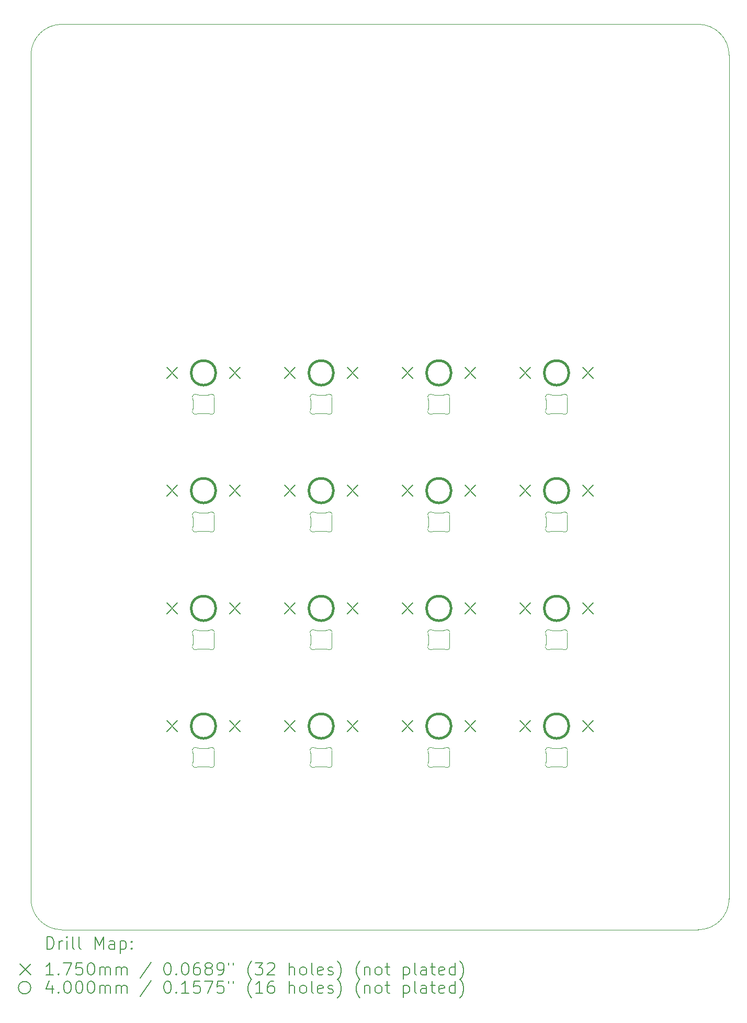
<source format=gbr>
%TF.GenerationSoftware,KiCad,Pcbnew,8.0.6-8.0.6-0~ubuntu22.04.1*%
%TF.CreationDate,2024-10-20T22:38:48+08:00*%
%TF.ProjectId,MacroPad,4d616372-6f50-4616-942e-6b696361645f,rev?*%
%TF.SameCoordinates,Original*%
%TF.FileFunction,Drillmap*%
%TF.FilePolarity,Positive*%
%FSLAX45Y45*%
G04 Gerber Fmt 4.5, Leading zero omitted, Abs format (unit mm)*
G04 Created by KiCad (PCBNEW 8.0.6-8.0.6-0~ubuntu22.04.1) date 2024-10-20 22:38:48*
%MOMM*%
%LPD*%
G01*
G04 APERTURE LIST*
%ADD10C,0.050000*%
%ADD11C,0.100000*%
%ADD12C,0.200000*%
%ADD13C,0.175000*%
%ADD14C,0.400000*%
G04 APERTURE END LIST*
D10*
X3882250Y-16890750D02*
X3882250Y-3240750D01*
X14682250Y-2740750D02*
G75*
G02*
X15182250Y-3240750I0J-500000D01*
G01*
X3882250Y-3240750D02*
G75*
G02*
X4382250Y-2740750I500000J0D01*
G01*
X4382250Y-17390750D02*
G75*
G02*
X3882250Y-16890750I0J500000D01*
G01*
X15182250Y-16890750D02*
G75*
G02*
X14682250Y-17390750I-500000J0D01*
G01*
X14682250Y-17390750D02*
X4382250Y-17390750D01*
X4382250Y-2740750D02*
X14682250Y-2740750D01*
X15182250Y-3240750D02*
X15182250Y-16890750D01*
D11*
X12219750Y-8959534D02*
X12219750Y-8818966D01*
X12310305Y-8739250D02*
X12469195Y-8739250D01*
X12469195Y-9039250D02*
X12310305Y-9039250D01*
X12559750Y-8818966D02*
X12559750Y-8959534D01*
X12214802Y-8797278D02*
G75*
G02*
X12219750Y-8818966I-45051J-21688D01*
G01*
X12214802Y-8797278D02*
G75*
G02*
X12285079Y-8732420I45052J21688D01*
G01*
X12219750Y-8959534D02*
G75*
G02*
X12214802Y-8981222I-49999J0D01*
G01*
X12285079Y-9046080D02*
G75*
G02*
X12214802Y-8981222I-25226J43170D01*
G01*
X12285079Y-9046080D02*
G75*
G02*
X12310305Y-9039250I25226J-43171D01*
G01*
X12310305Y-8739250D02*
G75*
G02*
X12285079Y-8732420I0J50001D01*
G01*
X12469195Y-9039250D02*
G75*
G02*
X12494421Y-9046080I0J-50001D01*
G01*
X12494421Y-8732420D02*
G75*
G02*
X12469195Y-8739250I-25226J43171D01*
G01*
X12494421Y-8732420D02*
G75*
G02*
X12564698Y-8797278I25226J-43170D01*
G01*
X12559750Y-8818966D02*
G75*
G02*
X12564698Y-8797278I49994J2D01*
G01*
X12564698Y-8981222D02*
G75*
G02*
X12494421Y-9046080I-45051J-21688D01*
G01*
X12564698Y-8981222D02*
G75*
G02*
X12559751Y-8959534I44992J21672D01*
G01*
X8409750Y-10864534D02*
X8409750Y-10723966D01*
X8500305Y-10644250D02*
X8659195Y-10644250D01*
X8659195Y-10944250D02*
X8500305Y-10944250D01*
X8749750Y-10723966D02*
X8749750Y-10864534D01*
X8404802Y-10702278D02*
G75*
G02*
X8409750Y-10723966I-45051J-21688D01*
G01*
X8404802Y-10702278D02*
G75*
G02*
X8475079Y-10637420I45052J21688D01*
G01*
X8409750Y-10864534D02*
G75*
G02*
X8404802Y-10886222I-49999J0D01*
G01*
X8475079Y-10951080D02*
G75*
G02*
X8404802Y-10886222I-25226J43170D01*
G01*
X8475079Y-10951080D02*
G75*
G02*
X8500305Y-10944250I25226J-43171D01*
G01*
X8500305Y-10644250D02*
G75*
G02*
X8475079Y-10637420I0J50001D01*
G01*
X8659195Y-10944250D02*
G75*
G02*
X8684421Y-10951080I0J-50001D01*
G01*
X8684421Y-10637420D02*
G75*
G02*
X8659195Y-10644250I-25226J43171D01*
G01*
X8684421Y-10637420D02*
G75*
G02*
X8754698Y-10702278I25226J-43170D01*
G01*
X8749750Y-10723966D02*
G75*
G02*
X8754698Y-10702278I49994J2D01*
G01*
X8754698Y-10886222D02*
G75*
G02*
X8684421Y-10951080I-45051J-21688D01*
G01*
X8754698Y-10886222D02*
G75*
G02*
X8749751Y-10864534I44992J21672D01*
G01*
X12219750Y-10864534D02*
X12219750Y-10723966D01*
X12310305Y-10644250D02*
X12469195Y-10644250D01*
X12469195Y-10944250D02*
X12310305Y-10944250D01*
X12559750Y-10723966D02*
X12559750Y-10864534D01*
X12214802Y-10702278D02*
G75*
G02*
X12219750Y-10723966I-45051J-21688D01*
G01*
X12214802Y-10702278D02*
G75*
G02*
X12285079Y-10637420I45052J21688D01*
G01*
X12219750Y-10864534D02*
G75*
G02*
X12214802Y-10886222I-49999J0D01*
G01*
X12285079Y-10951080D02*
G75*
G02*
X12214802Y-10886222I-25226J43170D01*
G01*
X12285079Y-10951080D02*
G75*
G02*
X12310305Y-10944250I25226J-43171D01*
G01*
X12310305Y-10644250D02*
G75*
G02*
X12285079Y-10637420I0J50001D01*
G01*
X12469195Y-10944250D02*
G75*
G02*
X12494421Y-10951080I0J-50001D01*
G01*
X12494421Y-10637420D02*
G75*
G02*
X12469195Y-10644250I-25226J43171D01*
G01*
X12494421Y-10637420D02*
G75*
G02*
X12564698Y-10702278I25226J-43170D01*
G01*
X12559750Y-10723966D02*
G75*
G02*
X12564698Y-10702278I49994J2D01*
G01*
X12564698Y-10886222D02*
G75*
G02*
X12494421Y-10951080I-45051J-21688D01*
G01*
X12564698Y-10886222D02*
G75*
G02*
X12559751Y-10864534I44992J21672D01*
G01*
X10314750Y-10864534D02*
X10314750Y-10723966D01*
X10405305Y-10644250D02*
X10564195Y-10644250D01*
X10564195Y-10944250D02*
X10405305Y-10944250D01*
X10654750Y-10723966D02*
X10654750Y-10864534D01*
X10309802Y-10702278D02*
G75*
G02*
X10314750Y-10723966I-45051J-21688D01*
G01*
X10309802Y-10702278D02*
G75*
G02*
X10380079Y-10637420I45052J21688D01*
G01*
X10314750Y-10864534D02*
G75*
G02*
X10309802Y-10886222I-49999J0D01*
G01*
X10380079Y-10951080D02*
G75*
G02*
X10309802Y-10886222I-25226J43170D01*
G01*
X10380079Y-10951080D02*
G75*
G02*
X10405305Y-10944250I25226J-43171D01*
G01*
X10405305Y-10644250D02*
G75*
G02*
X10380079Y-10637420I0J50001D01*
G01*
X10564195Y-10944250D02*
G75*
G02*
X10589421Y-10951080I0J-50001D01*
G01*
X10589421Y-10637420D02*
G75*
G02*
X10564195Y-10644250I-25226J43171D01*
G01*
X10589421Y-10637420D02*
G75*
G02*
X10659698Y-10702278I25226J-43170D01*
G01*
X10654750Y-10723966D02*
G75*
G02*
X10659698Y-10702278I49994J2D01*
G01*
X10659698Y-10886222D02*
G75*
G02*
X10589421Y-10951080I-45051J-21688D01*
G01*
X10659698Y-10886222D02*
G75*
G02*
X10654751Y-10864534I44992J21672D01*
G01*
X10314750Y-14674534D02*
X10314750Y-14533966D01*
X10405305Y-14454250D02*
X10564195Y-14454250D01*
X10564195Y-14754250D02*
X10405305Y-14754250D01*
X10654750Y-14533966D02*
X10654750Y-14674534D01*
X10309802Y-14512278D02*
G75*
G02*
X10314750Y-14533966I-45051J-21688D01*
G01*
X10309802Y-14512278D02*
G75*
G02*
X10380079Y-14447420I45052J21688D01*
G01*
X10314750Y-14674534D02*
G75*
G02*
X10309802Y-14696222I-49999J0D01*
G01*
X10380079Y-14761080D02*
G75*
G02*
X10309802Y-14696222I-25226J43170D01*
G01*
X10380079Y-14761080D02*
G75*
G02*
X10405305Y-14754250I25226J-43171D01*
G01*
X10405305Y-14454250D02*
G75*
G02*
X10380079Y-14447420I0J50001D01*
G01*
X10564195Y-14754250D02*
G75*
G02*
X10589421Y-14761080I0J-50001D01*
G01*
X10589421Y-14447420D02*
G75*
G02*
X10564195Y-14454250I-25226J43171D01*
G01*
X10589421Y-14447420D02*
G75*
G02*
X10659698Y-14512278I25226J-43170D01*
G01*
X10654750Y-14533966D02*
G75*
G02*
X10659698Y-14512278I49994J2D01*
G01*
X10659698Y-14696222D02*
G75*
G02*
X10589421Y-14761080I-45051J-21688D01*
G01*
X10659698Y-14696222D02*
G75*
G02*
X10654751Y-14674534I44992J21672D01*
G01*
X6504750Y-10864534D02*
X6504750Y-10723966D01*
X6595305Y-10644250D02*
X6754195Y-10644250D01*
X6754195Y-10944250D02*
X6595305Y-10944250D01*
X6844750Y-10723966D02*
X6844750Y-10864534D01*
X6499802Y-10702278D02*
G75*
G02*
X6504750Y-10723966I-45051J-21688D01*
G01*
X6499802Y-10702278D02*
G75*
G02*
X6570079Y-10637420I45052J21688D01*
G01*
X6504750Y-10864534D02*
G75*
G02*
X6499802Y-10886222I-49999J0D01*
G01*
X6570079Y-10951080D02*
G75*
G02*
X6499802Y-10886222I-25226J43170D01*
G01*
X6570079Y-10951080D02*
G75*
G02*
X6595305Y-10944250I25226J-43171D01*
G01*
X6595305Y-10644250D02*
G75*
G02*
X6570079Y-10637420I0J50001D01*
G01*
X6754195Y-10944250D02*
G75*
G02*
X6779421Y-10951080I0J-50001D01*
G01*
X6779421Y-10637420D02*
G75*
G02*
X6754195Y-10644250I-25226J43171D01*
G01*
X6779421Y-10637420D02*
G75*
G02*
X6849698Y-10702278I25226J-43170D01*
G01*
X6844750Y-10723966D02*
G75*
G02*
X6849698Y-10702278I49994J2D01*
G01*
X6849698Y-10886222D02*
G75*
G02*
X6779421Y-10951080I-45051J-21688D01*
G01*
X6849698Y-10886222D02*
G75*
G02*
X6844751Y-10864534I44992J21672D01*
G01*
X6504750Y-12769534D02*
X6504750Y-12628966D01*
X6595305Y-12549250D02*
X6754195Y-12549250D01*
X6754195Y-12849250D02*
X6595305Y-12849250D01*
X6844750Y-12628966D02*
X6844750Y-12769534D01*
X6499802Y-12607278D02*
G75*
G02*
X6504750Y-12628966I-45051J-21688D01*
G01*
X6499802Y-12607278D02*
G75*
G02*
X6570079Y-12542420I45052J21688D01*
G01*
X6504750Y-12769534D02*
G75*
G02*
X6499802Y-12791222I-49999J0D01*
G01*
X6570079Y-12856080D02*
G75*
G02*
X6499802Y-12791222I-25226J43170D01*
G01*
X6570079Y-12856080D02*
G75*
G02*
X6595305Y-12849250I25226J-43171D01*
G01*
X6595305Y-12549250D02*
G75*
G02*
X6570079Y-12542420I0J50001D01*
G01*
X6754195Y-12849250D02*
G75*
G02*
X6779421Y-12856080I0J-50001D01*
G01*
X6779421Y-12542420D02*
G75*
G02*
X6754195Y-12549250I-25226J43171D01*
G01*
X6779421Y-12542420D02*
G75*
G02*
X6849698Y-12607278I25226J-43170D01*
G01*
X6844750Y-12628966D02*
G75*
G02*
X6849698Y-12607278I49994J2D01*
G01*
X6849698Y-12791222D02*
G75*
G02*
X6779421Y-12856080I-45051J-21688D01*
G01*
X6849698Y-12791222D02*
G75*
G02*
X6844751Y-12769534I44992J21672D01*
G01*
X12219750Y-12769534D02*
X12219750Y-12628966D01*
X12310305Y-12549250D02*
X12469195Y-12549250D01*
X12469195Y-12849250D02*
X12310305Y-12849250D01*
X12559750Y-12628966D02*
X12559750Y-12769534D01*
X12214802Y-12607278D02*
G75*
G02*
X12219750Y-12628966I-45051J-21688D01*
G01*
X12214802Y-12607278D02*
G75*
G02*
X12285079Y-12542420I45052J21688D01*
G01*
X12219750Y-12769534D02*
G75*
G02*
X12214802Y-12791222I-49999J0D01*
G01*
X12285079Y-12856080D02*
G75*
G02*
X12214802Y-12791222I-25226J43170D01*
G01*
X12285079Y-12856080D02*
G75*
G02*
X12310305Y-12849250I25226J-43171D01*
G01*
X12310305Y-12549250D02*
G75*
G02*
X12285079Y-12542420I0J50001D01*
G01*
X12469195Y-12849250D02*
G75*
G02*
X12494421Y-12856080I0J-50001D01*
G01*
X12494421Y-12542420D02*
G75*
G02*
X12469195Y-12549250I-25226J43171D01*
G01*
X12494421Y-12542420D02*
G75*
G02*
X12564698Y-12607278I25226J-43170D01*
G01*
X12559750Y-12628966D02*
G75*
G02*
X12564698Y-12607278I49994J2D01*
G01*
X12564698Y-12791222D02*
G75*
G02*
X12494421Y-12856080I-45051J-21688D01*
G01*
X12564698Y-12791222D02*
G75*
G02*
X12559751Y-12769534I44992J21672D01*
G01*
X8409750Y-14674534D02*
X8409750Y-14533966D01*
X8500305Y-14454250D02*
X8659195Y-14454250D01*
X8659195Y-14754250D02*
X8500305Y-14754250D01*
X8749750Y-14533966D02*
X8749750Y-14674534D01*
X8404802Y-14512278D02*
G75*
G02*
X8409750Y-14533966I-45051J-21688D01*
G01*
X8404802Y-14512278D02*
G75*
G02*
X8475079Y-14447420I45052J21688D01*
G01*
X8409750Y-14674534D02*
G75*
G02*
X8404802Y-14696222I-49999J0D01*
G01*
X8475079Y-14761080D02*
G75*
G02*
X8404802Y-14696222I-25226J43170D01*
G01*
X8475079Y-14761080D02*
G75*
G02*
X8500305Y-14754250I25226J-43171D01*
G01*
X8500305Y-14454250D02*
G75*
G02*
X8475079Y-14447420I0J50001D01*
G01*
X8659195Y-14754250D02*
G75*
G02*
X8684421Y-14761080I0J-50001D01*
G01*
X8684421Y-14447420D02*
G75*
G02*
X8659195Y-14454250I-25226J43171D01*
G01*
X8684421Y-14447420D02*
G75*
G02*
X8754698Y-14512278I25226J-43170D01*
G01*
X8749750Y-14533966D02*
G75*
G02*
X8754698Y-14512278I49994J2D01*
G01*
X8754698Y-14696222D02*
G75*
G02*
X8684421Y-14761080I-45051J-21688D01*
G01*
X8754698Y-14696222D02*
G75*
G02*
X8749751Y-14674534I44992J21672D01*
G01*
X12219750Y-14674534D02*
X12219750Y-14533966D01*
X12310305Y-14454250D02*
X12469195Y-14454250D01*
X12469195Y-14754250D02*
X12310305Y-14754250D01*
X12559750Y-14533966D02*
X12559750Y-14674534D01*
X12214802Y-14512278D02*
G75*
G02*
X12219750Y-14533966I-45051J-21688D01*
G01*
X12214802Y-14512278D02*
G75*
G02*
X12285079Y-14447420I45052J21688D01*
G01*
X12219750Y-14674534D02*
G75*
G02*
X12214802Y-14696222I-49999J0D01*
G01*
X12285079Y-14761080D02*
G75*
G02*
X12214802Y-14696222I-25226J43170D01*
G01*
X12285079Y-14761080D02*
G75*
G02*
X12310305Y-14754250I25226J-43171D01*
G01*
X12310305Y-14454250D02*
G75*
G02*
X12285079Y-14447420I0J50001D01*
G01*
X12469195Y-14754250D02*
G75*
G02*
X12494421Y-14761080I0J-50001D01*
G01*
X12494421Y-14447420D02*
G75*
G02*
X12469195Y-14454250I-25226J43171D01*
G01*
X12494421Y-14447420D02*
G75*
G02*
X12564698Y-14512278I25226J-43170D01*
G01*
X12559750Y-14533966D02*
G75*
G02*
X12564698Y-14512278I49994J2D01*
G01*
X12564698Y-14696222D02*
G75*
G02*
X12494421Y-14761080I-45051J-21688D01*
G01*
X12564698Y-14696222D02*
G75*
G02*
X12559751Y-14674534I44992J21672D01*
G01*
X8409750Y-12769534D02*
X8409750Y-12628966D01*
X8500305Y-12549250D02*
X8659195Y-12549250D01*
X8659195Y-12849250D02*
X8500305Y-12849250D01*
X8749750Y-12628966D02*
X8749750Y-12769534D01*
X8404802Y-12607278D02*
G75*
G02*
X8409750Y-12628966I-45051J-21688D01*
G01*
X8404802Y-12607278D02*
G75*
G02*
X8475079Y-12542420I45052J21688D01*
G01*
X8409750Y-12769534D02*
G75*
G02*
X8404802Y-12791222I-49999J0D01*
G01*
X8475079Y-12856080D02*
G75*
G02*
X8404802Y-12791222I-25226J43170D01*
G01*
X8475079Y-12856080D02*
G75*
G02*
X8500305Y-12849250I25226J-43171D01*
G01*
X8500305Y-12549250D02*
G75*
G02*
X8475079Y-12542420I0J50001D01*
G01*
X8659195Y-12849250D02*
G75*
G02*
X8684421Y-12856080I0J-50001D01*
G01*
X8684421Y-12542420D02*
G75*
G02*
X8659195Y-12549250I-25226J43171D01*
G01*
X8684421Y-12542420D02*
G75*
G02*
X8754698Y-12607278I25226J-43170D01*
G01*
X8749750Y-12628966D02*
G75*
G02*
X8754698Y-12607278I49994J2D01*
G01*
X8754698Y-12791222D02*
G75*
G02*
X8684421Y-12856080I-45051J-21688D01*
G01*
X8754698Y-12791222D02*
G75*
G02*
X8749751Y-12769534I44992J21672D01*
G01*
X10314750Y-8959534D02*
X10314750Y-8818966D01*
X10405305Y-8739250D02*
X10564195Y-8739250D01*
X10564195Y-9039250D02*
X10405305Y-9039250D01*
X10654750Y-8818966D02*
X10654750Y-8959534D01*
X10309802Y-8797278D02*
G75*
G02*
X10314750Y-8818966I-45051J-21688D01*
G01*
X10309802Y-8797278D02*
G75*
G02*
X10380079Y-8732420I45052J21688D01*
G01*
X10314750Y-8959534D02*
G75*
G02*
X10309802Y-8981222I-49999J0D01*
G01*
X10380079Y-9046080D02*
G75*
G02*
X10309802Y-8981222I-25226J43170D01*
G01*
X10380079Y-9046080D02*
G75*
G02*
X10405305Y-9039250I25226J-43171D01*
G01*
X10405305Y-8739250D02*
G75*
G02*
X10380079Y-8732420I0J50001D01*
G01*
X10564195Y-9039250D02*
G75*
G02*
X10589421Y-9046080I0J-50001D01*
G01*
X10589421Y-8732420D02*
G75*
G02*
X10564195Y-8739250I-25226J43171D01*
G01*
X10589421Y-8732420D02*
G75*
G02*
X10659698Y-8797278I25226J-43170D01*
G01*
X10654750Y-8818966D02*
G75*
G02*
X10659698Y-8797278I49994J2D01*
G01*
X10659698Y-8981222D02*
G75*
G02*
X10589421Y-9046080I-45051J-21688D01*
G01*
X10659698Y-8981222D02*
G75*
G02*
X10654751Y-8959534I44992J21672D01*
G01*
X8409750Y-8959534D02*
X8409750Y-8818966D01*
X8500305Y-8739250D02*
X8659195Y-8739250D01*
X8659195Y-9039250D02*
X8500305Y-9039250D01*
X8749750Y-8818966D02*
X8749750Y-8959534D01*
X8404802Y-8797278D02*
G75*
G02*
X8409750Y-8818966I-45051J-21688D01*
G01*
X8404802Y-8797278D02*
G75*
G02*
X8475079Y-8732420I45052J21688D01*
G01*
X8409750Y-8959534D02*
G75*
G02*
X8404802Y-8981222I-49999J0D01*
G01*
X8475079Y-9046080D02*
G75*
G02*
X8404802Y-8981222I-25226J43170D01*
G01*
X8475079Y-9046080D02*
G75*
G02*
X8500305Y-9039250I25226J-43171D01*
G01*
X8500305Y-8739250D02*
G75*
G02*
X8475079Y-8732420I0J50001D01*
G01*
X8659195Y-9039250D02*
G75*
G02*
X8684421Y-9046080I0J-50001D01*
G01*
X8684421Y-8732420D02*
G75*
G02*
X8659195Y-8739250I-25226J43171D01*
G01*
X8684421Y-8732420D02*
G75*
G02*
X8754698Y-8797278I25226J-43170D01*
G01*
X8749750Y-8818966D02*
G75*
G02*
X8754698Y-8797278I49994J2D01*
G01*
X8754698Y-8981222D02*
G75*
G02*
X8684421Y-9046080I-45051J-21688D01*
G01*
X8754698Y-8981222D02*
G75*
G02*
X8749751Y-8959534I44992J21672D01*
G01*
X10314750Y-12769534D02*
X10314750Y-12628966D01*
X10405305Y-12549250D02*
X10564195Y-12549250D01*
X10564195Y-12849250D02*
X10405305Y-12849250D01*
X10654750Y-12628966D02*
X10654750Y-12769534D01*
X10309802Y-12607278D02*
G75*
G02*
X10314750Y-12628966I-45051J-21688D01*
G01*
X10309802Y-12607278D02*
G75*
G02*
X10380079Y-12542420I45052J21688D01*
G01*
X10314750Y-12769534D02*
G75*
G02*
X10309802Y-12791222I-49999J0D01*
G01*
X10380079Y-12856080D02*
G75*
G02*
X10309802Y-12791222I-25226J43170D01*
G01*
X10380079Y-12856080D02*
G75*
G02*
X10405305Y-12849250I25226J-43171D01*
G01*
X10405305Y-12549250D02*
G75*
G02*
X10380079Y-12542420I0J50001D01*
G01*
X10564195Y-12849250D02*
G75*
G02*
X10589421Y-12856080I0J-50001D01*
G01*
X10589421Y-12542420D02*
G75*
G02*
X10564195Y-12549250I-25226J43171D01*
G01*
X10589421Y-12542420D02*
G75*
G02*
X10659698Y-12607278I25226J-43170D01*
G01*
X10654750Y-12628966D02*
G75*
G02*
X10659698Y-12607278I49994J2D01*
G01*
X10659698Y-12791222D02*
G75*
G02*
X10589421Y-12856080I-45051J-21688D01*
G01*
X10659698Y-12791222D02*
G75*
G02*
X10654751Y-12769534I44992J21672D01*
G01*
X6504750Y-8959534D02*
X6504750Y-8818966D01*
X6595305Y-8739250D02*
X6754195Y-8739250D01*
X6754195Y-9039250D02*
X6595305Y-9039250D01*
X6844750Y-8818966D02*
X6844750Y-8959534D01*
X6499802Y-8797278D02*
G75*
G02*
X6504750Y-8818966I-45051J-21688D01*
G01*
X6499802Y-8797278D02*
G75*
G02*
X6570079Y-8732420I45052J21688D01*
G01*
X6504750Y-8959534D02*
G75*
G02*
X6499802Y-8981222I-49999J0D01*
G01*
X6570079Y-9046080D02*
G75*
G02*
X6499802Y-8981222I-25226J43170D01*
G01*
X6570079Y-9046080D02*
G75*
G02*
X6595305Y-9039250I25226J-43171D01*
G01*
X6595305Y-8739250D02*
G75*
G02*
X6570079Y-8732420I0J50001D01*
G01*
X6754195Y-9039250D02*
G75*
G02*
X6779421Y-9046080I0J-50001D01*
G01*
X6779421Y-8732420D02*
G75*
G02*
X6754195Y-8739250I-25226J43171D01*
G01*
X6779421Y-8732420D02*
G75*
G02*
X6849698Y-8797278I25226J-43170D01*
G01*
X6844750Y-8818966D02*
G75*
G02*
X6849698Y-8797278I49994J2D01*
G01*
X6849698Y-8981222D02*
G75*
G02*
X6779421Y-9046080I-45051J-21688D01*
G01*
X6849698Y-8981222D02*
G75*
G02*
X6844751Y-8959534I44992J21672D01*
G01*
X6504750Y-14674534D02*
X6504750Y-14533966D01*
X6595305Y-14454250D02*
X6754195Y-14454250D01*
X6754195Y-14754250D02*
X6595305Y-14754250D01*
X6844750Y-14533966D02*
X6844750Y-14674534D01*
X6499802Y-14512278D02*
G75*
G02*
X6504750Y-14533966I-45051J-21688D01*
G01*
X6499802Y-14512278D02*
G75*
G02*
X6570079Y-14447420I45052J21688D01*
G01*
X6504750Y-14674534D02*
G75*
G02*
X6499802Y-14696222I-49999J0D01*
G01*
X6570079Y-14761080D02*
G75*
G02*
X6499802Y-14696222I-25226J43170D01*
G01*
X6570079Y-14761080D02*
G75*
G02*
X6595305Y-14754250I25226J-43171D01*
G01*
X6595305Y-14454250D02*
G75*
G02*
X6570079Y-14447420I0J50001D01*
G01*
X6754195Y-14754250D02*
G75*
G02*
X6779421Y-14761080I0J-50001D01*
G01*
X6779421Y-14447420D02*
G75*
G02*
X6754195Y-14454250I-25226J43171D01*
G01*
X6779421Y-14447420D02*
G75*
G02*
X6849698Y-14512278I25226J-43170D01*
G01*
X6844750Y-14533966D02*
G75*
G02*
X6849698Y-14512278I49994J2D01*
G01*
X6849698Y-14696222D02*
G75*
G02*
X6779421Y-14761080I-45051J-21688D01*
G01*
X6849698Y-14696222D02*
G75*
G02*
X6844751Y-14674534I44992J21672D01*
G01*
D12*
D13*
X6079250Y-8293750D02*
X6254250Y-8468750D01*
X6254250Y-8293750D02*
X6079250Y-8468750D01*
X6079250Y-10198750D02*
X6254250Y-10373750D01*
X6254250Y-10198750D02*
X6079250Y-10373750D01*
X6079250Y-12103750D02*
X6254250Y-12278750D01*
X6254250Y-12103750D02*
X6079250Y-12278750D01*
X6079250Y-14008750D02*
X6254250Y-14183750D01*
X6254250Y-14008750D02*
X6079250Y-14183750D01*
X7095250Y-8293750D02*
X7270250Y-8468750D01*
X7270250Y-8293750D02*
X7095250Y-8468750D01*
X7095250Y-10198750D02*
X7270250Y-10373750D01*
X7270250Y-10198750D02*
X7095250Y-10373750D01*
X7095250Y-12103750D02*
X7270250Y-12278750D01*
X7270250Y-12103750D02*
X7095250Y-12278750D01*
X7095250Y-14008750D02*
X7270250Y-14183750D01*
X7270250Y-14008750D02*
X7095250Y-14183750D01*
X7984250Y-8293750D02*
X8159250Y-8468750D01*
X8159250Y-8293750D02*
X7984250Y-8468750D01*
X7984250Y-10198750D02*
X8159250Y-10373750D01*
X8159250Y-10198750D02*
X7984250Y-10373750D01*
X7984250Y-12103750D02*
X8159250Y-12278750D01*
X8159250Y-12103750D02*
X7984250Y-12278750D01*
X7984250Y-14008750D02*
X8159250Y-14183750D01*
X8159250Y-14008750D02*
X7984250Y-14183750D01*
X9000250Y-8293750D02*
X9175250Y-8468750D01*
X9175250Y-8293750D02*
X9000250Y-8468750D01*
X9000250Y-10198750D02*
X9175250Y-10373750D01*
X9175250Y-10198750D02*
X9000250Y-10373750D01*
X9000250Y-12103750D02*
X9175250Y-12278750D01*
X9175250Y-12103750D02*
X9000250Y-12278750D01*
X9000250Y-14008750D02*
X9175250Y-14183750D01*
X9175250Y-14008750D02*
X9000250Y-14183750D01*
X9889250Y-8293750D02*
X10064250Y-8468750D01*
X10064250Y-8293750D02*
X9889250Y-8468750D01*
X9889250Y-10198750D02*
X10064250Y-10373750D01*
X10064250Y-10198750D02*
X9889250Y-10373750D01*
X9889250Y-12103750D02*
X10064250Y-12278750D01*
X10064250Y-12103750D02*
X9889250Y-12278750D01*
X9889250Y-14008750D02*
X10064250Y-14183750D01*
X10064250Y-14008750D02*
X9889250Y-14183750D01*
X10905250Y-8293750D02*
X11080250Y-8468750D01*
X11080250Y-8293750D02*
X10905250Y-8468750D01*
X10905250Y-10198750D02*
X11080250Y-10373750D01*
X11080250Y-10198750D02*
X10905250Y-10373750D01*
X10905250Y-12103750D02*
X11080250Y-12278750D01*
X11080250Y-12103750D02*
X10905250Y-12278750D01*
X10905250Y-14008750D02*
X11080250Y-14183750D01*
X11080250Y-14008750D02*
X10905250Y-14183750D01*
X11794250Y-8293750D02*
X11969250Y-8468750D01*
X11969250Y-8293750D02*
X11794250Y-8468750D01*
X11794250Y-10198750D02*
X11969250Y-10373750D01*
X11969250Y-10198750D02*
X11794250Y-10373750D01*
X11794250Y-12103750D02*
X11969250Y-12278750D01*
X11969250Y-12103750D02*
X11794250Y-12278750D01*
X11794250Y-14008750D02*
X11969250Y-14183750D01*
X11969250Y-14008750D02*
X11794250Y-14183750D01*
X12810250Y-8293750D02*
X12985250Y-8468750D01*
X12985250Y-8293750D02*
X12810250Y-8468750D01*
X12810250Y-10198750D02*
X12985250Y-10373750D01*
X12985250Y-10198750D02*
X12810250Y-10373750D01*
X12810250Y-12103750D02*
X12985250Y-12278750D01*
X12985250Y-12103750D02*
X12810250Y-12278750D01*
X12810250Y-14008750D02*
X12985250Y-14183750D01*
X12985250Y-14008750D02*
X12810250Y-14183750D01*
D14*
X6874750Y-8381250D02*
G75*
G02*
X6474750Y-8381250I-200000J0D01*
G01*
X6474750Y-8381250D02*
G75*
G02*
X6874750Y-8381250I200000J0D01*
G01*
X6874750Y-10286250D02*
G75*
G02*
X6474750Y-10286250I-200000J0D01*
G01*
X6474750Y-10286250D02*
G75*
G02*
X6874750Y-10286250I200000J0D01*
G01*
X6874750Y-12191250D02*
G75*
G02*
X6474750Y-12191250I-200000J0D01*
G01*
X6474750Y-12191250D02*
G75*
G02*
X6874750Y-12191250I200000J0D01*
G01*
X6874750Y-14096250D02*
G75*
G02*
X6474750Y-14096250I-200000J0D01*
G01*
X6474750Y-14096250D02*
G75*
G02*
X6874750Y-14096250I200000J0D01*
G01*
X8779750Y-8381250D02*
G75*
G02*
X8379750Y-8381250I-200000J0D01*
G01*
X8379750Y-8381250D02*
G75*
G02*
X8779750Y-8381250I200000J0D01*
G01*
X8779750Y-10286250D02*
G75*
G02*
X8379750Y-10286250I-200000J0D01*
G01*
X8379750Y-10286250D02*
G75*
G02*
X8779750Y-10286250I200000J0D01*
G01*
X8779750Y-12191250D02*
G75*
G02*
X8379750Y-12191250I-200000J0D01*
G01*
X8379750Y-12191250D02*
G75*
G02*
X8779750Y-12191250I200000J0D01*
G01*
X8779750Y-14096250D02*
G75*
G02*
X8379750Y-14096250I-200000J0D01*
G01*
X8379750Y-14096250D02*
G75*
G02*
X8779750Y-14096250I200000J0D01*
G01*
X10684750Y-8381250D02*
G75*
G02*
X10284750Y-8381250I-200000J0D01*
G01*
X10284750Y-8381250D02*
G75*
G02*
X10684750Y-8381250I200000J0D01*
G01*
X10684750Y-10286250D02*
G75*
G02*
X10284750Y-10286250I-200000J0D01*
G01*
X10284750Y-10286250D02*
G75*
G02*
X10684750Y-10286250I200000J0D01*
G01*
X10684750Y-12191250D02*
G75*
G02*
X10284750Y-12191250I-200000J0D01*
G01*
X10284750Y-12191250D02*
G75*
G02*
X10684750Y-12191250I200000J0D01*
G01*
X10684750Y-14096250D02*
G75*
G02*
X10284750Y-14096250I-200000J0D01*
G01*
X10284750Y-14096250D02*
G75*
G02*
X10684750Y-14096250I200000J0D01*
G01*
X12589750Y-8381250D02*
G75*
G02*
X12189750Y-8381250I-200000J0D01*
G01*
X12189750Y-8381250D02*
G75*
G02*
X12589750Y-8381250I200000J0D01*
G01*
X12589750Y-10286250D02*
G75*
G02*
X12189750Y-10286250I-200000J0D01*
G01*
X12189750Y-10286250D02*
G75*
G02*
X12589750Y-10286250I200000J0D01*
G01*
X12589750Y-12191250D02*
G75*
G02*
X12189750Y-12191250I-200000J0D01*
G01*
X12189750Y-12191250D02*
G75*
G02*
X12589750Y-12191250I200000J0D01*
G01*
X12589750Y-14096250D02*
G75*
G02*
X12189750Y-14096250I-200000J0D01*
G01*
X12189750Y-14096250D02*
G75*
G02*
X12589750Y-14096250I200000J0D01*
G01*
D12*
X4140527Y-17704734D02*
X4140527Y-17504734D01*
X4140527Y-17504734D02*
X4188146Y-17504734D01*
X4188146Y-17504734D02*
X4216717Y-17514258D01*
X4216717Y-17514258D02*
X4235765Y-17533305D01*
X4235765Y-17533305D02*
X4245289Y-17552353D01*
X4245289Y-17552353D02*
X4254813Y-17590448D01*
X4254813Y-17590448D02*
X4254813Y-17619020D01*
X4254813Y-17619020D02*
X4245289Y-17657115D01*
X4245289Y-17657115D02*
X4235765Y-17676162D01*
X4235765Y-17676162D02*
X4216717Y-17695210D01*
X4216717Y-17695210D02*
X4188146Y-17704734D01*
X4188146Y-17704734D02*
X4140527Y-17704734D01*
X4340527Y-17704734D02*
X4340527Y-17571401D01*
X4340527Y-17609496D02*
X4350051Y-17590448D01*
X4350051Y-17590448D02*
X4359574Y-17580924D01*
X4359574Y-17580924D02*
X4378622Y-17571401D01*
X4378622Y-17571401D02*
X4397670Y-17571401D01*
X4464336Y-17704734D02*
X4464336Y-17571401D01*
X4464336Y-17504734D02*
X4454813Y-17514258D01*
X4454813Y-17514258D02*
X4464336Y-17523782D01*
X4464336Y-17523782D02*
X4473860Y-17514258D01*
X4473860Y-17514258D02*
X4464336Y-17504734D01*
X4464336Y-17504734D02*
X4464336Y-17523782D01*
X4588146Y-17704734D02*
X4569098Y-17695210D01*
X4569098Y-17695210D02*
X4559574Y-17676162D01*
X4559574Y-17676162D02*
X4559574Y-17504734D01*
X4692908Y-17704734D02*
X4673860Y-17695210D01*
X4673860Y-17695210D02*
X4664336Y-17676162D01*
X4664336Y-17676162D02*
X4664336Y-17504734D01*
X4921479Y-17704734D02*
X4921479Y-17504734D01*
X4921479Y-17504734D02*
X4988146Y-17647591D01*
X4988146Y-17647591D02*
X5054813Y-17504734D01*
X5054813Y-17504734D02*
X5054813Y-17704734D01*
X5235765Y-17704734D02*
X5235765Y-17599972D01*
X5235765Y-17599972D02*
X5226241Y-17580924D01*
X5226241Y-17580924D02*
X5207194Y-17571401D01*
X5207194Y-17571401D02*
X5169098Y-17571401D01*
X5169098Y-17571401D02*
X5150051Y-17580924D01*
X5235765Y-17695210D02*
X5216717Y-17704734D01*
X5216717Y-17704734D02*
X5169098Y-17704734D01*
X5169098Y-17704734D02*
X5150051Y-17695210D01*
X5150051Y-17695210D02*
X5140527Y-17676162D01*
X5140527Y-17676162D02*
X5140527Y-17657115D01*
X5140527Y-17657115D02*
X5150051Y-17638067D01*
X5150051Y-17638067D02*
X5169098Y-17628543D01*
X5169098Y-17628543D02*
X5216717Y-17628543D01*
X5216717Y-17628543D02*
X5235765Y-17619020D01*
X5331003Y-17571401D02*
X5331003Y-17771401D01*
X5331003Y-17580924D02*
X5350051Y-17571401D01*
X5350051Y-17571401D02*
X5388146Y-17571401D01*
X5388146Y-17571401D02*
X5407194Y-17580924D01*
X5407194Y-17580924D02*
X5416717Y-17590448D01*
X5416717Y-17590448D02*
X5426241Y-17609496D01*
X5426241Y-17609496D02*
X5426241Y-17666639D01*
X5426241Y-17666639D02*
X5416717Y-17685686D01*
X5416717Y-17685686D02*
X5407194Y-17695210D01*
X5407194Y-17695210D02*
X5388146Y-17704734D01*
X5388146Y-17704734D02*
X5350051Y-17704734D01*
X5350051Y-17704734D02*
X5331003Y-17695210D01*
X5511955Y-17685686D02*
X5521479Y-17695210D01*
X5521479Y-17695210D02*
X5511955Y-17704734D01*
X5511955Y-17704734D02*
X5502432Y-17695210D01*
X5502432Y-17695210D02*
X5511955Y-17685686D01*
X5511955Y-17685686D02*
X5511955Y-17704734D01*
X5511955Y-17580924D02*
X5521479Y-17590448D01*
X5521479Y-17590448D02*
X5511955Y-17599972D01*
X5511955Y-17599972D02*
X5502432Y-17590448D01*
X5502432Y-17590448D02*
X5511955Y-17580924D01*
X5511955Y-17580924D02*
X5511955Y-17599972D01*
D13*
X3704750Y-17945750D02*
X3879750Y-18120750D01*
X3879750Y-17945750D02*
X3704750Y-18120750D01*
D12*
X4245289Y-18124734D02*
X4131003Y-18124734D01*
X4188146Y-18124734D02*
X4188146Y-17924734D01*
X4188146Y-17924734D02*
X4169098Y-17953305D01*
X4169098Y-17953305D02*
X4150051Y-17972353D01*
X4150051Y-17972353D02*
X4131003Y-17981877D01*
X4331003Y-18105686D02*
X4340527Y-18115210D01*
X4340527Y-18115210D02*
X4331003Y-18124734D01*
X4331003Y-18124734D02*
X4321479Y-18115210D01*
X4321479Y-18115210D02*
X4331003Y-18105686D01*
X4331003Y-18105686D02*
X4331003Y-18124734D01*
X4407194Y-17924734D02*
X4540527Y-17924734D01*
X4540527Y-17924734D02*
X4454813Y-18124734D01*
X4711955Y-17924734D02*
X4616717Y-17924734D01*
X4616717Y-17924734D02*
X4607194Y-18019972D01*
X4607194Y-18019972D02*
X4616717Y-18010448D01*
X4616717Y-18010448D02*
X4635765Y-18000924D01*
X4635765Y-18000924D02*
X4683384Y-18000924D01*
X4683384Y-18000924D02*
X4702432Y-18010448D01*
X4702432Y-18010448D02*
X4711955Y-18019972D01*
X4711955Y-18019972D02*
X4721479Y-18039020D01*
X4721479Y-18039020D02*
X4721479Y-18086639D01*
X4721479Y-18086639D02*
X4711955Y-18105686D01*
X4711955Y-18105686D02*
X4702432Y-18115210D01*
X4702432Y-18115210D02*
X4683384Y-18124734D01*
X4683384Y-18124734D02*
X4635765Y-18124734D01*
X4635765Y-18124734D02*
X4616717Y-18115210D01*
X4616717Y-18115210D02*
X4607194Y-18105686D01*
X4845289Y-17924734D02*
X4864336Y-17924734D01*
X4864336Y-17924734D02*
X4883384Y-17934258D01*
X4883384Y-17934258D02*
X4892908Y-17943782D01*
X4892908Y-17943782D02*
X4902432Y-17962829D01*
X4902432Y-17962829D02*
X4911955Y-18000924D01*
X4911955Y-18000924D02*
X4911955Y-18048543D01*
X4911955Y-18048543D02*
X4902432Y-18086639D01*
X4902432Y-18086639D02*
X4892908Y-18105686D01*
X4892908Y-18105686D02*
X4883384Y-18115210D01*
X4883384Y-18115210D02*
X4864336Y-18124734D01*
X4864336Y-18124734D02*
X4845289Y-18124734D01*
X4845289Y-18124734D02*
X4826241Y-18115210D01*
X4826241Y-18115210D02*
X4816717Y-18105686D01*
X4816717Y-18105686D02*
X4807194Y-18086639D01*
X4807194Y-18086639D02*
X4797670Y-18048543D01*
X4797670Y-18048543D02*
X4797670Y-18000924D01*
X4797670Y-18000924D02*
X4807194Y-17962829D01*
X4807194Y-17962829D02*
X4816717Y-17943782D01*
X4816717Y-17943782D02*
X4826241Y-17934258D01*
X4826241Y-17934258D02*
X4845289Y-17924734D01*
X4997670Y-18124734D02*
X4997670Y-17991401D01*
X4997670Y-18010448D02*
X5007194Y-18000924D01*
X5007194Y-18000924D02*
X5026241Y-17991401D01*
X5026241Y-17991401D02*
X5054813Y-17991401D01*
X5054813Y-17991401D02*
X5073860Y-18000924D01*
X5073860Y-18000924D02*
X5083384Y-18019972D01*
X5083384Y-18019972D02*
X5083384Y-18124734D01*
X5083384Y-18019972D02*
X5092908Y-18000924D01*
X5092908Y-18000924D02*
X5111955Y-17991401D01*
X5111955Y-17991401D02*
X5140527Y-17991401D01*
X5140527Y-17991401D02*
X5159575Y-18000924D01*
X5159575Y-18000924D02*
X5169098Y-18019972D01*
X5169098Y-18019972D02*
X5169098Y-18124734D01*
X5264336Y-18124734D02*
X5264336Y-17991401D01*
X5264336Y-18010448D02*
X5273860Y-18000924D01*
X5273860Y-18000924D02*
X5292908Y-17991401D01*
X5292908Y-17991401D02*
X5321479Y-17991401D01*
X5321479Y-17991401D02*
X5340527Y-18000924D01*
X5340527Y-18000924D02*
X5350051Y-18019972D01*
X5350051Y-18019972D02*
X5350051Y-18124734D01*
X5350051Y-18019972D02*
X5359575Y-18000924D01*
X5359575Y-18000924D02*
X5378622Y-17991401D01*
X5378622Y-17991401D02*
X5407194Y-17991401D01*
X5407194Y-17991401D02*
X5426241Y-18000924D01*
X5426241Y-18000924D02*
X5435765Y-18019972D01*
X5435765Y-18019972D02*
X5435765Y-18124734D01*
X5826241Y-17915210D02*
X5654813Y-18172353D01*
X6083384Y-17924734D02*
X6102432Y-17924734D01*
X6102432Y-17924734D02*
X6121479Y-17934258D01*
X6121479Y-17934258D02*
X6131003Y-17943782D01*
X6131003Y-17943782D02*
X6140527Y-17962829D01*
X6140527Y-17962829D02*
X6150051Y-18000924D01*
X6150051Y-18000924D02*
X6150051Y-18048543D01*
X6150051Y-18048543D02*
X6140527Y-18086639D01*
X6140527Y-18086639D02*
X6131003Y-18105686D01*
X6131003Y-18105686D02*
X6121479Y-18115210D01*
X6121479Y-18115210D02*
X6102432Y-18124734D01*
X6102432Y-18124734D02*
X6083384Y-18124734D01*
X6083384Y-18124734D02*
X6064336Y-18115210D01*
X6064336Y-18115210D02*
X6054813Y-18105686D01*
X6054813Y-18105686D02*
X6045289Y-18086639D01*
X6045289Y-18086639D02*
X6035765Y-18048543D01*
X6035765Y-18048543D02*
X6035765Y-18000924D01*
X6035765Y-18000924D02*
X6045289Y-17962829D01*
X6045289Y-17962829D02*
X6054813Y-17943782D01*
X6054813Y-17943782D02*
X6064336Y-17934258D01*
X6064336Y-17934258D02*
X6083384Y-17924734D01*
X6235765Y-18105686D02*
X6245289Y-18115210D01*
X6245289Y-18115210D02*
X6235765Y-18124734D01*
X6235765Y-18124734D02*
X6226241Y-18115210D01*
X6226241Y-18115210D02*
X6235765Y-18105686D01*
X6235765Y-18105686D02*
X6235765Y-18124734D01*
X6369098Y-17924734D02*
X6388146Y-17924734D01*
X6388146Y-17924734D02*
X6407194Y-17934258D01*
X6407194Y-17934258D02*
X6416717Y-17943782D01*
X6416717Y-17943782D02*
X6426241Y-17962829D01*
X6426241Y-17962829D02*
X6435765Y-18000924D01*
X6435765Y-18000924D02*
X6435765Y-18048543D01*
X6435765Y-18048543D02*
X6426241Y-18086639D01*
X6426241Y-18086639D02*
X6416717Y-18105686D01*
X6416717Y-18105686D02*
X6407194Y-18115210D01*
X6407194Y-18115210D02*
X6388146Y-18124734D01*
X6388146Y-18124734D02*
X6369098Y-18124734D01*
X6369098Y-18124734D02*
X6350051Y-18115210D01*
X6350051Y-18115210D02*
X6340527Y-18105686D01*
X6340527Y-18105686D02*
X6331003Y-18086639D01*
X6331003Y-18086639D02*
X6321479Y-18048543D01*
X6321479Y-18048543D02*
X6321479Y-18000924D01*
X6321479Y-18000924D02*
X6331003Y-17962829D01*
X6331003Y-17962829D02*
X6340527Y-17943782D01*
X6340527Y-17943782D02*
X6350051Y-17934258D01*
X6350051Y-17934258D02*
X6369098Y-17924734D01*
X6607194Y-17924734D02*
X6569098Y-17924734D01*
X6569098Y-17924734D02*
X6550051Y-17934258D01*
X6550051Y-17934258D02*
X6540527Y-17943782D01*
X6540527Y-17943782D02*
X6521479Y-17972353D01*
X6521479Y-17972353D02*
X6511956Y-18010448D01*
X6511956Y-18010448D02*
X6511956Y-18086639D01*
X6511956Y-18086639D02*
X6521479Y-18105686D01*
X6521479Y-18105686D02*
X6531003Y-18115210D01*
X6531003Y-18115210D02*
X6550051Y-18124734D01*
X6550051Y-18124734D02*
X6588146Y-18124734D01*
X6588146Y-18124734D02*
X6607194Y-18115210D01*
X6607194Y-18115210D02*
X6616717Y-18105686D01*
X6616717Y-18105686D02*
X6626241Y-18086639D01*
X6626241Y-18086639D02*
X6626241Y-18039020D01*
X6626241Y-18039020D02*
X6616717Y-18019972D01*
X6616717Y-18019972D02*
X6607194Y-18010448D01*
X6607194Y-18010448D02*
X6588146Y-18000924D01*
X6588146Y-18000924D02*
X6550051Y-18000924D01*
X6550051Y-18000924D02*
X6531003Y-18010448D01*
X6531003Y-18010448D02*
X6521479Y-18019972D01*
X6521479Y-18019972D02*
X6511956Y-18039020D01*
X6740527Y-18010448D02*
X6721479Y-18000924D01*
X6721479Y-18000924D02*
X6711956Y-17991401D01*
X6711956Y-17991401D02*
X6702432Y-17972353D01*
X6702432Y-17972353D02*
X6702432Y-17962829D01*
X6702432Y-17962829D02*
X6711956Y-17943782D01*
X6711956Y-17943782D02*
X6721479Y-17934258D01*
X6721479Y-17934258D02*
X6740527Y-17924734D01*
X6740527Y-17924734D02*
X6778622Y-17924734D01*
X6778622Y-17924734D02*
X6797670Y-17934258D01*
X6797670Y-17934258D02*
X6807194Y-17943782D01*
X6807194Y-17943782D02*
X6816717Y-17962829D01*
X6816717Y-17962829D02*
X6816717Y-17972353D01*
X6816717Y-17972353D02*
X6807194Y-17991401D01*
X6807194Y-17991401D02*
X6797670Y-18000924D01*
X6797670Y-18000924D02*
X6778622Y-18010448D01*
X6778622Y-18010448D02*
X6740527Y-18010448D01*
X6740527Y-18010448D02*
X6721479Y-18019972D01*
X6721479Y-18019972D02*
X6711956Y-18029496D01*
X6711956Y-18029496D02*
X6702432Y-18048543D01*
X6702432Y-18048543D02*
X6702432Y-18086639D01*
X6702432Y-18086639D02*
X6711956Y-18105686D01*
X6711956Y-18105686D02*
X6721479Y-18115210D01*
X6721479Y-18115210D02*
X6740527Y-18124734D01*
X6740527Y-18124734D02*
X6778622Y-18124734D01*
X6778622Y-18124734D02*
X6797670Y-18115210D01*
X6797670Y-18115210D02*
X6807194Y-18105686D01*
X6807194Y-18105686D02*
X6816717Y-18086639D01*
X6816717Y-18086639D02*
X6816717Y-18048543D01*
X6816717Y-18048543D02*
X6807194Y-18029496D01*
X6807194Y-18029496D02*
X6797670Y-18019972D01*
X6797670Y-18019972D02*
X6778622Y-18010448D01*
X6911956Y-18124734D02*
X6950051Y-18124734D01*
X6950051Y-18124734D02*
X6969098Y-18115210D01*
X6969098Y-18115210D02*
X6978622Y-18105686D01*
X6978622Y-18105686D02*
X6997670Y-18077115D01*
X6997670Y-18077115D02*
X7007194Y-18039020D01*
X7007194Y-18039020D02*
X7007194Y-17962829D01*
X7007194Y-17962829D02*
X6997670Y-17943782D01*
X6997670Y-17943782D02*
X6988146Y-17934258D01*
X6988146Y-17934258D02*
X6969098Y-17924734D01*
X6969098Y-17924734D02*
X6931003Y-17924734D01*
X6931003Y-17924734D02*
X6911956Y-17934258D01*
X6911956Y-17934258D02*
X6902432Y-17943782D01*
X6902432Y-17943782D02*
X6892908Y-17962829D01*
X6892908Y-17962829D02*
X6892908Y-18010448D01*
X6892908Y-18010448D02*
X6902432Y-18029496D01*
X6902432Y-18029496D02*
X6911956Y-18039020D01*
X6911956Y-18039020D02*
X6931003Y-18048543D01*
X6931003Y-18048543D02*
X6969098Y-18048543D01*
X6969098Y-18048543D02*
X6988146Y-18039020D01*
X6988146Y-18039020D02*
X6997670Y-18029496D01*
X6997670Y-18029496D02*
X7007194Y-18010448D01*
X7083384Y-17924734D02*
X7083384Y-17962829D01*
X7159575Y-17924734D02*
X7159575Y-17962829D01*
X7454813Y-18200924D02*
X7445289Y-18191401D01*
X7445289Y-18191401D02*
X7426241Y-18162829D01*
X7426241Y-18162829D02*
X7416718Y-18143782D01*
X7416718Y-18143782D02*
X7407194Y-18115210D01*
X7407194Y-18115210D02*
X7397670Y-18067591D01*
X7397670Y-18067591D02*
X7397670Y-18029496D01*
X7397670Y-18029496D02*
X7407194Y-17981877D01*
X7407194Y-17981877D02*
X7416718Y-17953305D01*
X7416718Y-17953305D02*
X7426241Y-17934258D01*
X7426241Y-17934258D02*
X7445289Y-17905686D01*
X7445289Y-17905686D02*
X7454813Y-17896162D01*
X7511956Y-17924734D02*
X7635765Y-17924734D01*
X7635765Y-17924734D02*
X7569098Y-18000924D01*
X7569098Y-18000924D02*
X7597670Y-18000924D01*
X7597670Y-18000924D02*
X7616718Y-18010448D01*
X7616718Y-18010448D02*
X7626241Y-18019972D01*
X7626241Y-18019972D02*
X7635765Y-18039020D01*
X7635765Y-18039020D02*
X7635765Y-18086639D01*
X7635765Y-18086639D02*
X7626241Y-18105686D01*
X7626241Y-18105686D02*
X7616718Y-18115210D01*
X7616718Y-18115210D02*
X7597670Y-18124734D01*
X7597670Y-18124734D02*
X7540527Y-18124734D01*
X7540527Y-18124734D02*
X7521479Y-18115210D01*
X7521479Y-18115210D02*
X7511956Y-18105686D01*
X7711956Y-17943782D02*
X7721479Y-17934258D01*
X7721479Y-17934258D02*
X7740527Y-17924734D01*
X7740527Y-17924734D02*
X7788146Y-17924734D01*
X7788146Y-17924734D02*
X7807194Y-17934258D01*
X7807194Y-17934258D02*
X7816718Y-17943782D01*
X7816718Y-17943782D02*
X7826241Y-17962829D01*
X7826241Y-17962829D02*
X7826241Y-17981877D01*
X7826241Y-17981877D02*
X7816718Y-18010448D01*
X7816718Y-18010448D02*
X7702432Y-18124734D01*
X7702432Y-18124734D02*
X7826241Y-18124734D01*
X8064337Y-18124734D02*
X8064337Y-17924734D01*
X8150051Y-18124734D02*
X8150051Y-18019972D01*
X8150051Y-18019972D02*
X8140527Y-18000924D01*
X8140527Y-18000924D02*
X8121480Y-17991401D01*
X8121480Y-17991401D02*
X8092908Y-17991401D01*
X8092908Y-17991401D02*
X8073860Y-18000924D01*
X8073860Y-18000924D02*
X8064337Y-18010448D01*
X8273860Y-18124734D02*
X8254813Y-18115210D01*
X8254813Y-18115210D02*
X8245289Y-18105686D01*
X8245289Y-18105686D02*
X8235765Y-18086639D01*
X8235765Y-18086639D02*
X8235765Y-18029496D01*
X8235765Y-18029496D02*
X8245289Y-18010448D01*
X8245289Y-18010448D02*
X8254813Y-18000924D01*
X8254813Y-18000924D02*
X8273860Y-17991401D01*
X8273860Y-17991401D02*
X8302432Y-17991401D01*
X8302432Y-17991401D02*
X8321480Y-18000924D01*
X8321480Y-18000924D02*
X8331003Y-18010448D01*
X8331003Y-18010448D02*
X8340527Y-18029496D01*
X8340527Y-18029496D02*
X8340527Y-18086639D01*
X8340527Y-18086639D02*
X8331003Y-18105686D01*
X8331003Y-18105686D02*
X8321480Y-18115210D01*
X8321480Y-18115210D02*
X8302432Y-18124734D01*
X8302432Y-18124734D02*
X8273860Y-18124734D01*
X8454813Y-18124734D02*
X8435765Y-18115210D01*
X8435765Y-18115210D02*
X8426242Y-18096162D01*
X8426242Y-18096162D02*
X8426242Y-17924734D01*
X8607194Y-18115210D02*
X8588146Y-18124734D01*
X8588146Y-18124734D02*
X8550051Y-18124734D01*
X8550051Y-18124734D02*
X8531003Y-18115210D01*
X8531003Y-18115210D02*
X8521480Y-18096162D01*
X8521480Y-18096162D02*
X8521480Y-18019972D01*
X8521480Y-18019972D02*
X8531003Y-18000924D01*
X8531003Y-18000924D02*
X8550051Y-17991401D01*
X8550051Y-17991401D02*
X8588146Y-17991401D01*
X8588146Y-17991401D02*
X8607194Y-18000924D01*
X8607194Y-18000924D02*
X8616718Y-18019972D01*
X8616718Y-18019972D02*
X8616718Y-18039020D01*
X8616718Y-18039020D02*
X8521480Y-18058067D01*
X8692908Y-18115210D02*
X8711956Y-18124734D01*
X8711956Y-18124734D02*
X8750051Y-18124734D01*
X8750051Y-18124734D02*
X8769099Y-18115210D01*
X8769099Y-18115210D02*
X8778623Y-18096162D01*
X8778623Y-18096162D02*
X8778623Y-18086639D01*
X8778623Y-18086639D02*
X8769099Y-18067591D01*
X8769099Y-18067591D02*
X8750051Y-18058067D01*
X8750051Y-18058067D02*
X8721480Y-18058067D01*
X8721480Y-18058067D02*
X8702432Y-18048543D01*
X8702432Y-18048543D02*
X8692908Y-18029496D01*
X8692908Y-18029496D02*
X8692908Y-18019972D01*
X8692908Y-18019972D02*
X8702432Y-18000924D01*
X8702432Y-18000924D02*
X8721480Y-17991401D01*
X8721480Y-17991401D02*
X8750051Y-17991401D01*
X8750051Y-17991401D02*
X8769099Y-18000924D01*
X8845289Y-18200924D02*
X8854813Y-18191401D01*
X8854813Y-18191401D02*
X8873861Y-18162829D01*
X8873861Y-18162829D02*
X8883384Y-18143782D01*
X8883384Y-18143782D02*
X8892908Y-18115210D01*
X8892908Y-18115210D02*
X8902432Y-18067591D01*
X8902432Y-18067591D02*
X8902432Y-18029496D01*
X8902432Y-18029496D02*
X8892908Y-17981877D01*
X8892908Y-17981877D02*
X8883384Y-17953305D01*
X8883384Y-17953305D02*
X8873861Y-17934258D01*
X8873861Y-17934258D02*
X8854813Y-17905686D01*
X8854813Y-17905686D02*
X8845289Y-17896162D01*
X9207194Y-18200924D02*
X9197670Y-18191401D01*
X9197670Y-18191401D02*
X9178623Y-18162829D01*
X9178623Y-18162829D02*
X9169099Y-18143782D01*
X9169099Y-18143782D02*
X9159575Y-18115210D01*
X9159575Y-18115210D02*
X9150051Y-18067591D01*
X9150051Y-18067591D02*
X9150051Y-18029496D01*
X9150051Y-18029496D02*
X9159575Y-17981877D01*
X9159575Y-17981877D02*
X9169099Y-17953305D01*
X9169099Y-17953305D02*
X9178623Y-17934258D01*
X9178623Y-17934258D02*
X9197670Y-17905686D01*
X9197670Y-17905686D02*
X9207194Y-17896162D01*
X9283384Y-17991401D02*
X9283384Y-18124734D01*
X9283384Y-18010448D02*
X9292908Y-18000924D01*
X9292908Y-18000924D02*
X9311956Y-17991401D01*
X9311956Y-17991401D02*
X9340527Y-17991401D01*
X9340527Y-17991401D02*
X9359575Y-18000924D01*
X9359575Y-18000924D02*
X9369099Y-18019972D01*
X9369099Y-18019972D02*
X9369099Y-18124734D01*
X9492908Y-18124734D02*
X9473861Y-18115210D01*
X9473861Y-18115210D02*
X9464337Y-18105686D01*
X9464337Y-18105686D02*
X9454813Y-18086639D01*
X9454813Y-18086639D02*
X9454813Y-18029496D01*
X9454813Y-18029496D02*
X9464337Y-18010448D01*
X9464337Y-18010448D02*
X9473861Y-18000924D01*
X9473861Y-18000924D02*
X9492908Y-17991401D01*
X9492908Y-17991401D02*
X9521480Y-17991401D01*
X9521480Y-17991401D02*
X9540527Y-18000924D01*
X9540527Y-18000924D02*
X9550051Y-18010448D01*
X9550051Y-18010448D02*
X9559575Y-18029496D01*
X9559575Y-18029496D02*
X9559575Y-18086639D01*
X9559575Y-18086639D02*
X9550051Y-18105686D01*
X9550051Y-18105686D02*
X9540527Y-18115210D01*
X9540527Y-18115210D02*
X9521480Y-18124734D01*
X9521480Y-18124734D02*
X9492908Y-18124734D01*
X9616718Y-17991401D02*
X9692908Y-17991401D01*
X9645289Y-17924734D02*
X9645289Y-18096162D01*
X9645289Y-18096162D02*
X9654813Y-18115210D01*
X9654813Y-18115210D02*
X9673861Y-18124734D01*
X9673861Y-18124734D02*
X9692908Y-18124734D01*
X9911956Y-17991401D02*
X9911956Y-18191401D01*
X9911956Y-18000924D02*
X9931004Y-17991401D01*
X9931004Y-17991401D02*
X9969099Y-17991401D01*
X9969099Y-17991401D02*
X9988146Y-18000924D01*
X9988146Y-18000924D02*
X9997670Y-18010448D01*
X9997670Y-18010448D02*
X10007194Y-18029496D01*
X10007194Y-18029496D02*
X10007194Y-18086639D01*
X10007194Y-18086639D02*
X9997670Y-18105686D01*
X9997670Y-18105686D02*
X9988146Y-18115210D01*
X9988146Y-18115210D02*
X9969099Y-18124734D01*
X9969099Y-18124734D02*
X9931004Y-18124734D01*
X9931004Y-18124734D02*
X9911956Y-18115210D01*
X10121480Y-18124734D02*
X10102432Y-18115210D01*
X10102432Y-18115210D02*
X10092908Y-18096162D01*
X10092908Y-18096162D02*
X10092908Y-17924734D01*
X10283385Y-18124734D02*
X10283385Y-18019972D01*
X10283385Y-18019972D02*
X10273861Y-18000924D01*
X10273861Y-18000924D02*
X10254813Y-17991401D01*
X10254813Y-17991401D02*
X10216718Y-17991401D01*
X10216718Y-17991401D02*
X10197670Y-18000924D01*
X10283385Y-18115210D02*
X10264337Y-18124734D01*
X10264337Y-18124734D02*
X10216718Y-18124734D01*
X10216718Y-18124734D02*
X10197670Y-18115210D01*
X10197670Y-18115210D02*
X10188146Y-18096162D01*
X10188146Y-18096162D02*
X10188146Y-18077115D01*
X10188146Y-18077115D02*
X10197670Y-18058067D01*
X10197670Y-18058067D02*
X10216718Y-18048543D01*
X10216718Y-18048543D02*
X10264337Y-18048543D01*
X10264337Y-18048543D02*
X10283385Y-18039020D01*
X10350051Y-17991401D02*
X10426242Y-17991401D01*
X10378623Y-17924734D02*
X10378623Y-18096162D01*
X10378623Y-18096162D02*
X10388146Y-18115210D01*
X10388146Y-18115210D02*
X10407194Y-18124734D01*
X10407194Y-18124734D02*
X10426242Y-18124734D01*
X10569099Y-18115210D02*
X10550051Y-18124734D01*
X10550051Y-18124734D02*
X10511956Y-18124734D01*
X10511956Y-18124734D02*
X10492908Y-18115210D01*
X10492908Y-18115210D02*
X10483385Y-18096162D01*
X10483385Y-18096162D02*
X10483385Y-18019972D01*
X10483385Y-18019972D02*
X10492908Y-18000924D01*
X10492908Y-18000924D02*
X10511956Y-17991401D01*
X10511956Y-17991401D02*
X10550051Y-17991401D01*
X10550051Y-17991401D02*
X10569099Y-18000924D01*
X10569099Y-18000924D02*
X10578623Y-18019972D01*
X10578623Y-18019972D02*
X10578623Y-18039020D01*
X10578623Y-18039020D02*
X10483385Y-18058067D01*
X10750051Y-18124734D02*
X10750051Y-17924734D01*
X10750051Y-18115210D02*
X10731004Y-18124734D01*
X10731004Y-18124734D02*
X10692908Y-18124734D01*
X10692908Y-18124734D02*
X10673861Y-18115210D01*
X10673861Y-18115210D02*
X10664337Y-18105686D01*
X10664337Y-18105686D02*
X10654813Y-18086639D01*
X10654813Y-18086639D02*
X10654813Y-18029496D01*
X10654813Y-18029496D02*
X10664337Y-18010448D01*
X10664337Y-18010448D02*
X10673861Y-18000924D01*
X10673861Y-18000924D02*
X10692908Y-17991401D01*
X10692908Y-17991401D02*
X10731004Y-17991401D01*
X10731004Y-17991401D02*
X10750051Y-18000924D01*
X10826242Y-18200924D02*
X10835766Y-18191401D01*
X10835766Y-18191401D02*
X10854813Y-18162829D01*
X10854813Y-18162829D02*
X10864337Y-18143782D01*
X10864337Y-18143782D02*
X10873861Y-18115210D01*
X10873861Y-18115210D02*
X10883385Y-18067591D01*
X10883385Y-18067591D02*
X10883385Y-18029496D01*
X10883385Y-18029496D02*
X10873861Y-17981877D01*
X10873861Y-17981877D02*
X10864337Y-17953305D01*
X10864337Y-17953305D02*
X10854813Y-17934258D01*
X10854813Y-17934258D02*
X10835766Y-17905686D01*
X10835766Y-17905686D02*
X10826242Y-17896162D01*
X3879750Y-18328250D02*
G75*
G02*
X3679750Y-18328250I-100000J0D01*
G01*
X3679750Y-18328250D02*
G75*
G02*
X3879750Y-18328250I100000J0D01*
G01*
X4226241Y-18286401D02*
X4226241Y-18419734D01*
X4178622Y-18210210D02*
X4131003Y-18353067D01*
X4131003Y-18353067D02*
X4254813Y-18353067D01*
X4331003Y-18400686D02*
X4340527Y-18410210D01*
X4340527Y-18410210D02*
X4331003Y-18419734D01*
X4331003Y-18419734D02*
X4321479Y-18410210D01*
X4321479Y-18410210D02*
X4331003Y-18400686D01*
X4331003Y-18400686D02*
X4331003Y-18419734D01*
X4464336Y-18219734D02*
X4483384Y-18219734D01*
X4483384Y-18219734D02*
X4502432Y-18229258D01*
X4502432Y-18229258D02*
X4511955Y-18238782D01*
X4511955Y-18238782D02*
X4521479Y-18257829D01*
X4521479Y-18257829D02*
X4531003Y-18295924D01*
X4531003Y-18295924D02*
X4531003Y-18343543D01*
X4531003Y-18343543D02*
X4521479Y-18381639D01*
X4521479Y-18381639D02*
X4511955Y-18400686D01*
X4511955Y-18400686D02*
X4502432Y-18410210D01*
X4502432Y-18410210D02*
X4483384Y-18419734D01*
X4483384Y-18419734D02*
X4464336Y-18419734D01*
X4464336Y-18419734D02*
X4445289Y-18410210D01*
X4445289Y-18410210D02*
X4435765Y-18400686D01*
X4435765Y-18400686D02*
X4426241Y-18381639D01*
X4426241Y-18381639D02*
X4416717Y-18343543D01*
X4416717Y-18343543D02*
X4416717Y-18295924D01*
X4416717Y-18295924D02*
X4426241Y-18257829D01*
X4426241Y-18257829D02*
X4435765Y-18238782D01*
X4435765Y-18238782D02*
X4445289Y-18229258D01*
X4445289Y-18229258D02*
X4464336Y-18219734D01*
X4654813Y-18219734D02*
X4673860Y-18219734D01*
X4673860Y-18219734D02*
X4692908Y-18229258D01*
X4692908Y-18229258D02*
X4702432Y-18238782D01*
X4702432Y-18238782D02*
X4711955Y-18257829D01*
X4711955Y-18257829D02*
X4721479Y-18295924D01*
X4721479Y-18295924D02*
X4721479Y-18343543D01*
X4721479Y-18343543D02*
X4711955Y-18381639D01*
X4711955Y-18381639D02*
X4702432Y-18400686D01*
X4702432Y-18400686D02*
X4692908Y-18410210D01*
X4692908Y-18410210D02*
X4673860Y-18419734D01*
X4673860Y-18419734D02*
X4654813Y-18419734D01*
X4654813Y-18419734D02*
X4635765Y-18410210D01*
X4635765Y-18410210D02*
X4626241Y-18400686D01*
X4626241Y-18400686D02*
X4616717Y-18381639D01*
X4616717Y-18381639D02*
X4607194Y-18343543D01*
X4607194Y-18343543D02*
X4607194Y-18295924D01*
X4607194Y-18295924D02*
X4616717Y-18257829D01*
X4616717Y-18257829D02*
X4626241Y-18238782D01*
X4626241Y-18238782D02*
X4635765Y-18229258D01*
X4635765Y-18229258D02*
X4654813Y-18219734D01*
X4845289Y-18219734D02*
X4864336Y-18219734D01*
X4864336Y-18219734D02*
X4883384Y-18229258D01*
X4883384Y-18229258D02*
X4892908Y-18238782D01*
X4892908Y-18238782D02*
X4902432Y-18257829D01*
X4902432Y-18257829D02*
X4911955Y-18295924D01*
X4911955Y-18295924D02*
X4911955Y-18343543D01*
X4911955Y-18343543D02*
X4902432Y-18381639D01*
X4902432Y-18381639D02*
X4892908Y-18400686D01*
X4892908Y-18400686D02*
X4883384Y-18410210D01*
X4883384Y-18410210D02*
X4864336Y-18419734D01*
X4864336Y-18419734D02*
X4845289Y-18419734D01*
X4845289Y-18419734D02*
X4826241Y-18410210D01*
X4826241Y-18410210D02*
X4816717Y-18400686D01*
X4816717Y-18400686D02*
X4807194Y-18381639D01*
X4807194Y-18381639D02*
X4797670Y-18343543D01*
X4797670Y-18343543D02*
X4797670Y-18295924D01*
X4797670Y-18295924D02*
X4807194Y-18257829D01*
X4807194Y-18257829D02*
X4816717Y-18238782D01*
X4816717Y-18238782D02*
X4826241Y-18229258D01*
X4826241Y-18229258D02*
X4845289Y-18219734D01*
X4997670Y-18419734D02*
X4997670Y-18286401D01*
X4997670Y-18305448D02*
X5007194Y-18295924D01*
X5007194Y-18295924D02*
X5026241Y-18286401D01*
X5026241Y-18286401D02*
X5054813Y-18286401D01*
X5054813Y-18286401D02*
X5073860Y-18295924D01*
X5073860Y-18295924D02*
X5083384Y-18314972D01*
X5083384Y-18314972D02*
X5083384Y-18419734D01*
X5083384Y-18314972D02*
X5092908Y-18295924D01*
X5092908Y-18295924D02*
X5111955Y-18286401D01*
X5111955Y-18286401D02*
X5140527Y-18286401D01*
X5140527Y-18286401D02*
X5159575Y-18295924D01*
X5159575Y-18295924D02*
X5169098Y-18314972D01*
X5169098Y-18314972D02*
X5169098Y-18419734D01*
X5264336Y-18419734D02*
X5264336Y-18286401D01*
X5264336Y-18305448D02*
X5273860Y-18295924D01*
X5273860Y-18295924D02*
X5292908Y-18286401D01*
X5292908Y-18286401D02*
X5321479Y-18286401D01*
X5321479Y-18286401D02*
X5340527Y-18295924D01*
X5340527Y-18295924D02*
X5350051Y-18314972D01*
X5350051Y-18314972D02*
X5350051Y-18419734D01*
X5350051Y-18314972D02*
X5359575Y-18295924D01*
X5359575Y-18295924D02*
X5378622Y-18286401D01*
X5378622Y-18286401D02*
X5407194Y-18286401D01*
X5407194Y-18286401D02*
X5426241Y-18295924D01*
X5426241Y-18295924D02*
X5435765Y-18314972D01*
X5435765Y-18314972D02*
X5435765Y-18419734D01*
X5826241Y-18210210D02*
X5654813Y-18467353D01*
X6083384Y-18219734D02*
X6102432Y-18219734D01*
X6102432Y-18219734D02*
X6121479Y-18229258D01*
X6121479Y-18229258D02*
X6131003Y-18238782D01*
X6131003Y-18238782D02*
X6140527Y-18257829D01*
X6140527Y-18257829D02*
X6150051Y-18295924D01*
X6150051Y-18295924D02*
X6150051Y-18343543D01*
X6150051Y-18343543D02*
X6140527Y-18381639D01*
X6140527Y-18381639D02*
X6131003Y-18400686D01*
X6131003Y-18400686D02*
X6121479Y-18410210D01*
X6121479Y-18410210D02*
X6102432Y-18419734D01*
X6102432Y-18419734D02*
X6083384Y-18419734D01*
X6083384Y-18419734D02*
X6064336Y-18410210D01*
X6064336Y-18410210D02*
X6054813Y-18400686D01*
X6054813Y-18400686D02*
X6045289Y-18381639D01*
X6045289Y-18381639D02*
X6035765Y-18343543D01*
X6035765Y-18343543D02*
X6035765Y-18295924D01*
X6035765Y-18295924D02*
X6045289Y-18257829D01*
X6045289Y-18257829D02*
X6054813Y-18238782D01*
X6054813Y-18238782D02*
X6064336Y-18229258D01*
X6064336Y-18229258D02*
X6083384Y-18219734D01*
X6235765Y-18400686D02*
X6245289Y-18410210D01*
X6245289Y-18410210D02*
X6235765Y-18419734D01*
X6235765Y-18419734D02*
X6226241Y-18410210D01*
X6226241Y-18410210D02*
X6235765Y-18400686D01*
X6235765Y-18400686D02*
X6235765Y-18419734D01*
X6435765Y-18419734D02*
X6321479Y-18419734D01*
X6378622Y-18419734D02*
X6378622Y-18219734D01*
X6378622Y-18219734D02*
X6359575Y-18248305D01*
X6359575Y-18248305D02*
X6340527Y-18267353D01*
X6340527Y-18267353D02*
X6321479Y-18276877D01*
X6616717Y-18219734D02*
X6521479Y-18219734D01*
X6521479Y-18219734D02*
X6511956Y-18314972D01*
X6511956Y-18314972D02*
X6521479Y-18305448D01*
X6521479Y-18305448D02*
X6540527Y-18295924D01*
X6540527Y-18295924D02*
X6588146Y-18295924D01*
X6588146Y-18295924D02*
X6607194Y-18305448D01*
X6607194Y-18305448D02*
X6616717Y-18314972D01*
X6616717Y-18314972D02*
X6626241Y-18334020D01*
X6626241Y-18334020D02*
X6626241Y-18381639D01*
X6626241Y-18381639D02*
X6616717Y-18400686D01*
X6616717Y-18400686D02*
X6607194Y-18410210D01*
X6607194Y-18410210D02*
X6588146Y-18419734D01*
X6588146Y-18419734D02*
X6540527Y-18419734D01*
X6540527Y-18419734D02*
X6521479Y-18410210D01*
X6521479Y-18410210D02*
X6511956Y-18400686D01*
X6692908Y-18219734D02*
X6826241Y-18219734D01*
X6826241Y-18219734D02*
X6740527Y-18419734D01*
X6997670Y-18219734D02*
X6902432Y-18219734D01*
X6902432Y-18219734D02*
X6892908Y-18314972D01*
X6892908Y-18314972D02*
X6902432Y-18305448D01*
X6902432Y-18305448D02*
X6921479Y-18295924D01*
X6921479Y-18295924D02*
X6969098Y-18295924D01*
X6969098Y-18295924D02*
X6988146Y-18305448D01*
X6988146Y-18305448D02*
X6997670Y-18314972D01*
X6997670Y-18314972D02*
X7007194Y-18334020D01*
X7007194Y-18334020D02*
X7007194Y-18381639D01*
X7007194Y-18381639D02*
X6997670Y-18400686D01*
X6997670Y-18400686D02*
X6988146Y-18410210D01*
X6988146Y-18410210D02*
X6969098Y-18419734D01*
X6969098Y-18419734D02*
X6921479Y-18419734D01*
X6921479Y-18419734D02*
X6902432Y-18410210D01*
X6902432Y-18410210D02*
X6892908Y-18400686D01*
X7083384Y-18219734D02*
X7083384Y-18257829D01*
X7159575Y-18219734D02*
X7159575Y-18257829D01*
X7454813Y-18495924D02*
X7445289Y-18486401D01*
X7445289Y-18486401D02*
X7426241Y-18457829D01*
X7426241Y-18457829D02*
X7416718Y-18438782D01*
X7416718Y-18438782D02*
X7407194Y-18410210D01*
X7407194Y-18410210D02*
X7397670Y-18362591D01*
X7397670Y-18362591D02*
X7397670Y-18324496D01*
X7397670Y-18324496D02*
X7407194Y-18276877D01*
X7407194Y-18276877D02*
X7416718Y-18248305D01*
X7416718Y-18248305D02*
X7426241Y-18229258D01*
X7426241Y-18229258D02*
X7445289Y-18200686D01*
X7445289Y-18200686D02*
X7454813Y-18191162D01*
X7635765Y-18419734D02*
X7521479Y-18419734D01*
X7578622Y-18419734D02*
X7578622Y-18219734D01*
X7578622Y-18219734D02*
X7559575Y-18248305D01*
X7559575Y-18248305D02*
X7540527Y-18267353D01*
X7540527Y-18267353D02*
X7521479Y-18276877D01*
X7807194Y-18219734D02*
X7769098Y-18219734D01*
X7769098Y-18219734D02*
X7750051Y-18229258D01*
X7750051Y-18229258D02*
X7740527Y-18238782D01*
X7740527Y-18238782D02*
X7721479Y-18267353D01*
X7721479Y-18267353D02*
X7711956Y-18305448D01*
X7711956Y-18305448D02*
X7711956Y-18381639D01*
X7711956Y-18381639D02*
X7721479Y-18400686D01*
X7721479Y-18400686D02*
X7731003Y-18410210D01*
X7731003Y-18410210D02*
X7750051Y-18419734D01*
X7750051Y-18419734D02*
X7788146Y-18419734D01*
X7788146Y-18419734D02*
X7807194Y-18410210D01*
X7807194Y-18410210D02*
X7816718Y-18400686D01*
X7816718Y-18400686D02*
X7826241Y-18381639D01*
X7826241Y-18381639D02*
X7826241Y-18334020D01*
X7826241Y-18334020D02*
X7816718Y-18314972D01*
X7816718Y-18314972D02*
X7807194Y-18305448D01*
X7807194Y-18305448D02*
X7788146Y-18295924D01*
X7788146Y-18295924D02*
X7750051Y-18295924D01*
X7750051Y-18295924D02*
X7731003Y-18305448D01*
X7731003Y-18305448D02*
X7721479Y-18314972D01*
X7721479Y-18314972D02*
X7711956Y-18334020D01*
X8064337Y-18419734D02*
X8064337Y-18219734D01*
X8150051Y-18419734D02*
X8150051Y-18314972D01*
X8150051Y-18314972D02*
X8140527Y-18295924D01*
X8140527Y-18295924D02*
X8121480Y-18286401D01*
X8121480Y-18286401D02*
X8092908Y-18286401D01*
X8092908Y-18286401D02*
X8073860Y-18295924D01*
X8073860Y-18295924D02*
X8064337Y-18305448D01*
X8273860Y-18419734D02*
X8254813Y-18410210D01*
X8254813Y-18410210D02*
X8245289Y-18400686D01*
X8245289Y-18400686D02*
X8235765Y-18381639D01*
X8235765Y-18381639D02*
X8235765Y-18324496D01*
X8235765Y-18324496D02*
X8245289Y-18305448D01*
X8245289Y-18305448D02*
X8254813Y-18295924D01*
X8254813Y-18295924D02*
X8273860Y-18286401D01*
X8273860Y-18286401D02*
X8302432Y-18286401D01*
X8302432Y-18286401D02*
X8321480Y-18295924D01*
X8321480Y-18295924D02*
X8331003Y-18305448D01*
X8331003Y-18305448D02*
X8340527Y-18324496D01*
X8340527Y-18324496D02*
X8340527Y-18381639D01*
X8340527Y-18381639D02*
X8331003Y-18400686D01*
X8331003Y-18400686D02*
X8321480Y-18410210D01*
X8321480Y-18410210D02*
X8302432Y-18419734D01*
X8302432Y-18419734D02*
X8273860Y-18419734D01*
X8454813Y-18419734D02*
X8435765Y-18410210D01*
X8435765Y-18410210D02*
X8426242Y-18391162D01*
X8426242Y-18391162D02*
X8426242Y-18219734D01*
X8607194Y-18410210D02*
X8588146Y-18419734D01*
X8588146Y-18419734D02*
X8550051Y-18419734D01*
X8550051Y-18419734D02*
X8531003Y-18410210D01*
X8531003Y-18410210D02*
X8521480Y-18391162D01*
X8521480Y-18391162D02*
X8521480Y-18314972D01*
X8521480Y-18314972D02*
X8531003Y-18295924D01*
X8531003Y-18295924D02*
X8550051Y-18286401D01*
X8550051Y-18286401D02*
X8588146Y-18286401D01*
X8588146Y-18286401D02*
X8607194Y-18295924D01*
X8607194Y-18295924D02*
X8616718Y-18314972D01*
X8616718Y-18314972D02*
X8616718Y-18334020D01*
X8616718Y-18334020D02*
X8521480Y-18353067D01*
X8692908Y-18410210D02*
X8711956Y-18419734D01*
X8711956Y-18419734D02*
X8750051Y-18419734D01*
X8750051Y-18419734D02*
X8769099Y-18410210D01*
X8769099Y-18410210D02*
X8778623Y-18391162D01*
X8778623Y-18391162D02*
X8778623Y-18381639D01*
X8778623Y-18381639D02*
X8769099Y-18362591D01*
X8769099Y-18362591D02*
X8750051Y-18353067D01*
X8750051Y-18353067D02*
X8721480Y-18353067D01*
X8721480Y-18353067D02*
X8702432Y-18343543D01*
X8702432Y-18343543D02*
X8692908Y-18324496D01*
X8692908Y-18324496D02*
X8692908Y-18314972D01*
X8692908Y-18314972D02*
X8702432Y-18295924D01*
X8702432Y-18295924D02*
X8721480Y-18286401D01*
X8721480Y-18286401D02*
X8750051Y-18286401D01*
X8750051Y-18286401D02*
X8769099Y-18295924D01*
X8845289Y-18495924D02*
X8854813Y-18486401D01*
X8854813Y-18486401D02*
X8873861Y-18457829D01*
X8873861Y-18457829D02*
X8883384Y-18438782D01*
X8883384Y-18438782D02*
X8892908Y-18410210D01*
X8892908Y-18410210D02*
X8902432Y-18362591D01*
X8902432Y-18362591D02*
X8902432Y-18324496D01*
X8902432Y-18324496D02*
X8892908Y-18276877D01*
X8892908Y-18276877D02*
X8883384Y-18248305D01*
X8883384Y-18248305D02*
X8873861Y-18229258D01*
X8873861Y-18229258D02*
X8854813Y-18200686D01*
X8854813Y-18200686D02*
X8845289Y-18191162D01*
X9207194Y-18495924D02*
X9197670Y-18486401D01*
X9197670Y-18486401D02*
X9178623Y-18457829D01*
X9178623Y-18457829D02*
X9169099Y-18438782D01*
X9169099Y-18438782D02*
X9159575Y-18410210D01*
X9159575Y-18410210D02*
X9150051Y-18362591D01*
X9150051Y-18362591D02*
X9150051Y-18324496D01*
X9150051Y-18324496D02*
X9159575Y-18276877D01*
X9159575Y-18276877D02*
X9169099Y-18248305D01*
X9169099Y-18248305D02*
X9178623Y-18229258D01*
X9178623Y-18229258D02*
X9197670Y-18200686D01*
X9197670Y-18200686D02*
X9207194Y-18191162D01*
X9283384Y-18286401D02*
X9283384Y-18419734D01*
X9283384Y-18305448D02*
X9292908Y-18295924D01*
X9292908Y-18295924D02*
X9311956Y-18286401D01*
X9311956Y-18286401D02*
X9340527Y-18286401D01*
X9340527Y-18286401D02*
X9359575Y-18295924D01*
X9359575Y-18295924D02*
X9369099Y-18314972D01*
X9369099Y-18314972D02*
X9369099Y-18419734D01*
X9492908Y-18419734D02*
X9473861Y-18410210D01*
X9473861Y-18410210D02*
X9464337Y-18400686D01*
X9464337Y-18400686D02*
X9454813Y-18381639D01*
X9454813Y-18381639D02*
X9454813Y-18324496D01*
X9454813Y-18324496D02*
X9464337Y-18305448D01*
X9464337Y-18305448D02*
X9473861Y-18295924D01*
X9473861Y-18295924D02*
X9492908Y-18286401D01*
X9492908Y-18286401D02*
X9521480Y-18286401D01*
X9521480Y-18286401D02*
X9540527Y-18295924D01*
X9540527Y-18295924D02*
X9550051Y-18305448D01*
X9550051Y-18305448D02*
X9559575Y-18324496D01*
X9559575Y-18324496D02*
X9559575Y-18381639D01*
X9559575Y-18381639D02*
X9550051Y-18400686D01*
X9550051Y-18400686D02*
X9540527Y-18410210D01*
X9540527Y-18410210D02*
X9521480Y-18419734D01*
X9521480Y-18419734D02*
X9492908Y-18419734D01*
X9616718Y-18286401D02*
X9692908Y-18286401D01*
X9645289Y-18219734D02*
X9645289Y-18391162D01*
X9645289Y-18391162D02*
X9654813Y-18410210D01*
X9654813Y-18410210D02*
X9673861Y-18419734D01*
X9673861Y-18419734D02*
X9692908Y-18419734D01*
X9911956Y-18286401D02*
X9911956Y-18486401D01*
X9911956Y-18295924D02*
X9931004Y-18286401D01*
X9931004Y-18286401D02*
X9969099Y-18286401D01*
X9969099Y-18286401D02*
X9988146Y-18295924D01*
X9988146Y-18295924D02*
X9997670Y-18305448D01*
X9997670Y-18305448D02*
X10007194Y-18324496D01*
X10007194Y-18324496D02*
X10007194Y-18381639D01*
X10007194Y-18381639D02*
X9997670Y-18400686D01*
X9997670Y-18400686D02*
X9988146Y-18410210D01*
X9988146Y-18410210D02*
X9969099Y-18419734D01*
X9969099Y-18419734D02*
X9931004Y-18419734D01*
X9931004Y-18419734D02*
X9911956Y-18410210D01*
X10121480Y-18419734D02*
X10102432Y-18410210D01*
X10102432Y-18410210D02*
X10092908Y-18391162D01*
X10092908Y-18391162D02*
X10092908Y-18219734D01*
X10283385Y-18419734D02*
X10283385Y-18314972D01*
X10283385Y-18314972D02*
X10273861Y-18295924D01*
X10273861Y-18295924D02*
X10254813Y-18286401D01*
X10254813Y-18286401D02*
X10216718Y-18286401D01*
X10216718Y-18286401D02*
X10197670Y-18295924D01*
X10283385Y-18410210D02*
X10264337Y-18419734D01*
X10264337Y-18419734D02*
X10216718Y-18419734D01*
X10216718Y-18419734D02*
X10197670Y-18410210D01*
X10197670Y-18410210D02*
X10188146Y-18391162D01*
X10188146Y-18391162D02*
X10188146Y-18372115D01*
X10188146Y-18372115D02*
X10197670Y-18353067D01*
X10197670Y-18353067D02*
X10216718Y-18343543D01*
X10216718Y-18343543D02*
X10264337Y-18343543D01*
X10264337Y-18343543D02*
X10283385Y-18334020D01*
X10350051Y-18286401D02*
X10426242Y-18286401D01*
X10378623Y-18219734D02*
X10378623Y-18391162D01*
X10378623Y-18391162D02*
X10388146Y-18410210D01*
X10388146Y-18410210D02*
X10407194Y-18419734D01*
X10407194Y-18419734D02*
X10426242Y-18419734D01*
X10569099Y-18410210D02*
X10550051Y-18419734D01*
X10550051Y-18419734D02*
X10511956Y-18419734D01*
X10511956Y-18419734D02*
X10492908Y-18410210D01*
X10492908Y-18410210D02*
X10483385Y-18391162D01*
X10483385Y-18391162D02*
X10483385Y-18314972D01*
X10483385Y-18314972D02*
X10492908Y-18295924D01*
X10492908Y-18295924D02*
X10511956Y-18286401D01*
X10511956Y-18286401D02*
X10550051Y-18286401D01*
X10550051Y-18286401D02*
X10569099Y-18295924D01*
X10569099Y-18295924D02*
X10578623Y-18314972D01*
X10578623Y-18314972D02*
X10578623Y-18334020D01*
X10578623Y-18334020D02*
X10483385Y-18353067D01*
X10750051Y-18419734D02*
X10750051Y-18219734D01*
X10750051Y-18410210D02*
X10731004Y-18419734D01*
X10731004Y-18419734D02*
X10692908Y-18419734D01*
X10692908Y-18419734D02*
X10673861Y-18410210D01*
X10673861Y-18410210D02*
X10664337Y-18400686D01*
X10664337Y-18400686D02*
X10654813Y-18381639D01*
X10654813Y-18381639D02*
X10654813Y-18324496D01*
X10654813Y-18324496D02*
X10664337Y-18305448D01*
X10664337Y-18305448D02*
X10673861Y-18295924D01*
X10673861Y-18295924D02*
X10692908Y-18286401D01*
X10692908Y-18286401D02*
X10731004Y-18286401D01*
X10731004Y-18286401D02*
X10750051Y-18295924D01*
X10826242Y-18495924D02*
X10835766Y-18486401D01*
X10835766Y-18486401D02*
X10854813Y-18457829D01*
X10854813Y-18457829D02*
X10864337Y-18438782D01*
X10864337Y-18438782D02*
X10873861Y-18410210D01*
X10873861Y-18410210D02*
X10883385Y-18362591D01*
X10883385Y-18362591D02*
X10883385Y-18324496D01*
X10883385Y-18324496D02*
X10873861Y-18276877D01*
X10873861Y-18276877D02*
X10864337Y-18248305D01*
X10864337Y-18248305D02*
X10854813Y-18229258D01*
X10854813Y-18229258D02*
X10835766Y-18200686D01*
X10835766Y-18200686D02*
X10826242Y-18191162D01*
M02*

</source>
